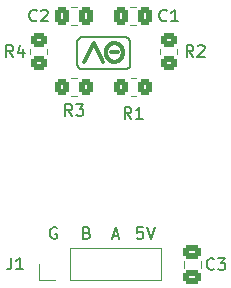
<source format=gbr>
%TF.GenerationSoftware,KiCad,Pcbnew,9.0.6*%
%TF.CreationDate,2025-11-27T01:35:14-08:00*%
%TF.ProjectId,encoder-board,656e636f-6465-4722-9d62-6f6172642e6b,rev?*%
%TF.SameCoordinates,Original*%
%TF.FileFunction,Legend,Top*%
%TF.FilePolarity,Positive*%
%FSLAX46Y46*%
G04 Gerber Fmt 4.6, Leading zero omitted, Abs format (unit mm)*
G04 Created by KiCad (PCBNEW 9.0.6) date 2025-11-27 01:35:14*
%MOMM*%
%LPD*%
G01*
G04 APERTURE LIST*
G04 Aperture macros list*
%AMRoundRect*
0 Rectangle with rounded corners*
0 $1 Rounding radius*
0 $2 $3 $4 $5 $6 $7 $8 $9 X,Y pos of 4 corners*
0 Add a 4 corners polygon primitive as box body*
4,1,4,$2,$3,$4,$5,$6,$7,$8,$9,$2,$3,0*
0 Add four circle primitives for the rounded corners*
1,1,$1+$1,$2,$3*
1,1,$1+$1,$4,$5*
1,1,$1+$1,$6,$7*
1,1,$1+$1,$8,$9*
0 Add four rect primitives between the rounded corners*
20,1,$1+$1,$2,$3,$4,$5,0*
20,1,$1+$1,$4,$5,$6,$7,0*
20,1,$1+$1,$6,$7,$8,$9,0*
20,1,$1+$1,$8,$9,$2,$3,0*%
G04 Aperture macros list end*
%ADD10C,0.200000*%
%ADD11C,0.365124*%
%ADD12C,0.150000*%
%ADD13C,0.120000*%
%ADD14RoundRect,0.250000X0.350000X0.450000X-0.350000X0.450000X-0.350000X-0.450000X0.350000X-0.450000X0*%
%ADD15RoundRect,0.250000X0.450000X-0.350000X0.450000X0.350000X-0.450000X0.350000X-0.450000X-0.350000X0*%
%ADD16RoundRect,0.250000X0.337500X0.475000X-0.337500X0.475000X-0.337500X-0.475000X0.337500X-0.475000X0*%
%ADD17R,1.700000X1.700000*%
%ADD18C,1.700000*%
%ADD19RoundRect,0.250000X-0.350000X-0.450000X0.350000X-0.450000X0.350000X0.450000X-0.350000X0.450000X0*%
%ADD20RoundRect,0.250000X-0.337500X-0.475000X0.337500X-0.475000X0.337500X0.475000X-0.337500X0.475000X0*%
%ADD21RoundRect,0.250000X-0.475000X0.337500X-0.475000X-0.337500X0.475000X-0.337500X0.475000X0.337500X0*%
G04 APERTURE END LIST*
D10*
X114250000Y-106500000D02*
X110750000Y-106500000D01*
D11*
X111654191Y-104288074D02*
X112447941Y-105875574D01*
D10*
X114750000Y-104250000D02*
X114750000Y-106000000D01*
D11*
X113437408Y-104288999D02*
X113473867Y-104291756D01*
X113509773Y-104296315D01*
X113545083Y-104302647D01*
X113579754Y-104310723D01*
X113613742Y-104320514D01*
X113647003Y-104331991D01*
X113679493Y-104345125D01*
X113711170Y-104359886D01*
X113741990Y-104376247D01*
X113771908Y-104394177D01*
X113800881Y-104413648D01*
X113828867Y-104434630D01*
X113855820Y-104457095D01*
X113881698Y-104481013D01*
X113906456Y-104506355D01*
X113930052Y-104533093D01*
X113952442Y-104561197D01*
X113973582Y-104590638D01*
X113993428Y-104621387D01*
X114011937Y-104653415D01*
X114029065Y-104686693D01*
X114044769Y-104721192D01*
X114059005Y-104756882D01*
X114071730Y-104793736D01*
X114082899Y-104831723D01*
X114092470Y-104870814D01*
X114100398Y-104910982D01*
X114106640Y-104952195D01*
X114111153Y-104994426D01*
X114113893Y-105037645D01*
X114114816Y-105081824D01*
X114113893Y-105126002D01*
X114111153Y-105169222D01*
X114106640Y-105211453D01*
X114100398Y-105252666D01*
X114092470Y-105292833D01*
X114082899Y-105331925D01*
X114071730Y-105369912D01*
X114059005Y-105406765D01*
X114044769Y-105442456D01*
X114029065Y-105476955D01*
X114011937Y-105510233D01*
X113993428Y-105542261D01*
X113973582Y-105573010D01*
X113952442Y-105602451D01*
X113930052Y-105630555D01*
X113906456Y-105657293D01*
X113881698Y-105682635D01*
X113855820Y-105706553D01*
X113828867Y-105729018D01*
X113800881Y-105750000D01*
X113771908Y-105769471D01*
X113741990Y-105787401D01*
X113711170Y-105803761D01*
X113679493Y-105818523D01*
X113647003Y-105831657D01*
X113613742Y-105843134D01*
X113579754Y-105852925D01*
X113545083Y-105861001D01*
X113509773Y-105867333D01*
X113473867Y-105871892D01*
X113437408Y-105874648D01*
X113400441Y-105875574D01*
X113363474Y-105874648D01*
X113327015Y-105871892D01*
X113291109Y-105867333D01*
X113255798Y-105861001D01*
X113221128Y-105852925D01*
X113187140Y-105843134D01*
X113153879Y-105831657D01*
X113121388Y-105818523D01*
X113089711Y-105803761D01*
X113058892Y-105787401D01*
X113028974Y-105769471D01*
X113000000Y-105750000D01*
X112972015Y-105729018D01*
X112945062Y-105706553D01*
X112919184Y-105682635D01*
X112894425Y-105657293D01*
X112870829Y-105630555D01*
X112848440Y-105602451D01*
X112827300Y-105573010D01*
X112807454Y-105542261D01*
X112788945Y-105510233D01*
X112771816Y-105476955D01*
X112756112Y-105442456D01*
X112741876Y-105406765D01*
X112729152Y-105369912D01*
X112717982Y-105331925D01*
X112708412Y-105292833D01*
X112700483Y-105252666D01*
X112694241Y-105211453D01*
X112689728Y-105169222D01*
X112686989Y-105126002D01*
X112686066Y-105081824D01*
X112686989Y-105037645D01*
X112689728Y-104994426D01*
X112694241Y-104952195D01*
X112700483Y-104910982D01*
X112708412Y-104870814D01*
X112717982Y-104831723D01*
X112729152Y-104793736D01*
X112741876Y-104756882D01*
X112756112Y-104721192D01*
X112771816Y-104686693D01*
X112788945Y-104653415D01*
X112807454Y-104621387D01*
X112827300Y-104590638D01*
X112848440Y-104561197D01*
X112870829Y-104533093D01*
X112894425Y-104506355D01*
X112919184Y-104481013D01*
X112945062Y-104457095D01*
X112972015Y-104434630D01*
X113000000Y-104413648D01*
X113028974Y-104394177D01*
X113058892Y-104376247D01*
X113089711Y-104359886D01*
X113121388Y-104345125D01*
X113153879Y-104331991D01*
X113187140Y-104320514D01*
X113221128Y-104310723D01*
X113255798Y-104302647D01*
X113291109Y-104296315D01*
X113327015Y-104291756D01*
X113363474Y-104288999D01*
X113400441Y-104288074D01*
X113437408Y-104288999D01*
D10*
X110750000Y-106500000D02*
X110746137Y-106499990D01*
X110742294Y-106499960D01*
X110738471Y-106499910D01*
X110734667Y-106499841D01*
X110730883Y-106499752D01*
X110727119Y-106499644D01*
X110723374Y-106499516D01*
X110719649Y-106499369D01*
X110715942Y-106499202D01*
X110712255Y-106499017D01*
X110708587Y-106498812D01*
X110704938Y-106498589D01*
X110701308Y-106498347D01*
X110697696Y-106498086D01*
X110694103Y-106497806D01*
X110690529Y-106497508D01*
X110686972Y-106497191D01*
X110683435Y-106496856D01*
X110679915Y-106496503D01*
X110676414Y-106496131D01*
X110672931Y-106495742D01*
X110669466Y-106495334D01*
X110666018Y-106494908D01*
X110662589Y-106494465D01*
X110659176Y-106494003D01*
X110655782Y-106493524D01*
X110652405Y-106493027D01*
X110649046Y-106492513D01*
X110645703Y-106491981D01*
X110642378Y-106491431D01*
X110639070Y-106490864D01*
X110635779Y-106490280D01*
X110632504Y-106489679D01*
X110629248Y-106489060D01*
X110626007Y-106488424D01*
X110622784Y-106487772D01*
X110619575Y-106487102D01*
X110616385Y-106486415D01*
X110613210Y-106485712D01*
X110610053Y-106484991D01*
X110606909Y-106484254D01*
X110603784Y-106483501D01*
X110600673Y-106482730D01*
X110597581Y-106481943D01*
X110594501Y-106481139D01*
X110591440Y-106480319D01*
X110588392Y-106479483D01*
X110585362Y-106478630D01*
X110582345Y-106477760D01*
X110579346Y-106476875D01*
X110576360Y-106475973D01*
X110573392Y-106475056D01*
X110567498Y-106473171D01*
X110561665Y-106471223D01*
X110555891Y-106469210D01*
X110550176Y-106467133D01*
X110544519Y-106464993D01*
X110538919Y-106462790D01*
X110533377Y-106460523D01*
X110527891Y-106458194D01*
X110522461Y-106455802D01*
X110517087Y-106453347D01*
X110511768Y-106450830D01*
X110506502Y-106448251D01*
X110501291Y-106445609D01*
X110496133Y-106442905D01*
X110491028Y-106440139D01*
X110485976Y-106437311D01*
X110480975Y-106434421D01*
X110476026Y-106431469D01*
X110471129Y-106428455D01*
X110466282Y-106425378D01*
X110461485Y-106422239D01*
X110456739Y-106419038D01*
X110452042Y-106415775D01*
X110447395Y-106412449D01*
X110442797Y-106409060D01*
X110438247Y-106405608D01*
X110433747Y-106402093D01*
X110429294Y-106398516D01*
X110424890Y-106394874D01*
X110420534Y-106391169D01*
X110416226Y-106387401D01*
X110411965Y-106383568D01*
X110407751Y-106379671D01*
X110403585Y-106375709D01*
X110399466Y-106371683D01*
X110395395Y-106367591D01*
X110391370Y-106363434D01*
X110387393Y-106359211D01*
X110383463Y-106354923D01*
X110379579Y-106350568D01*
X110375743Y-106346147D01*
X110371955Y-106341658D01*
X110368214Y-106337103D01*
X110364520Y-106332480D01*
X110360874Y-106327789D01*
X110357275Y-106323031D01*
X110353725Y-106318204D01*
X110350223Y-106313308D01*
X110346769Y-106308344D01*
X110343364Y-106303311D01*
X110340008Y-106298208D01*
X110336701Y-106293036D01*
X110333444Y-106287795D01*
X110330237Y-106282483D01*
X110327081Y-106277102D01*
X110323976Y-106271650D01*
X110320922Y-106266129D01*
X110317919Y-106260537D01*
X110314970Y-106254875D01*
X110312073Y-106249144D01*
X110309230Y-106243343D01*
X110306441Y-106237472D01*
X110303706Y-106231531D01*
X110301027Y-106225522D01*
X110298405Y-106219445D01*
X110295839Y-106213299D01*
X110293331Y-106207086D01*
X110290881Y-106200807D01*
X110288490Y-106194462D01*
X110286160Y-106188053D01*
X110283890Y-106181581D01*
X110281683Y-106175047D01*
X110279539Y-106168452D01*
X110277458Y-106161800D01*
X110275442Y-106155091D01*
X110273493Y-106148329D01*
X110271610Y-106141516D01*
X110269796Y-106134655D01*
X110268052Y-106127750D01*
X110266378Y-106120805D01*
X110264776Y-106113825D01*
X110263247Y-106106816D01*
X110261794Y-106099783D01*
X110260416Y-106092734D01*
X110259116Y-106085677D01*
X110257895Y-106078622D01*
X110256756Y-106071580D01*
X110255698Y-106064565D01*
X110254725Y-106057593D01*
X110253837Y-106050684D01*
X110253037Y-106043861D01*
X110252327Y-106037155D01*
X110251708Y-106030603D01*
X110251182Y-106024256D01*
X110250752Y-106018183D01*
X110250418Y-106012484D01*
X110250183Y-106007319D01*
X110250046Y-106002981D01*
X110250000Y-106000000D01*
X110250000Y-106000000D02*
X110250000Y-104250000D01*
D11*
X110860441Y-105875574D02*
X111654191Y-104288074D01*
D10*
X114750000Y-106000000D02*
X114749990Y-106003863D01*
X114749960Y-106007706D01*
X114749910Y-106011529D01*
X114749841Y-106015333D01*
X114749752Y-106019117D01*
X114749644Y-106022881D01*
X114749516Y-106026626D01*
X114749369Y-106030351D01*
X114749202Y-106034058D01*
X114749017Y-106037745D01*
X114748812Y-106041413D01*
X114748589Y-106045062D01*
X114748347Y-106048692D01*
X114748086Y-106052304D01*
X114747806Y-106055897D01*
X114747508Y-106059471D01*
X114747191Y-106063028D01*
X114746856Y-106066565D01*
X114746503Y-106070085D01*
X114746131Y-106073586D01*
X114745742Y-106077069D01*
X114745334Y-106080534D01*
X114744908Y-106083982D01*
X114744465Y-106087411D01*
X114744003Y-106090824D01*
X114743524Y-106094218D01*
X114743027Y-106097595D01*
X114742513Y-106100954D01*
X114741981Y-106104297D01*
X114741431Y-106107622D01*
X114740864Y-106110930D01*
X114740280Y-106114221D01*
X114739679Y-106117496D01*
X114739060Y-106120752D01*
X114738424Y-106123993D01*
X114737772Y-106127216D01*
X114737102Y-106130425D01*
X114736415Y-106133615D01*
X114735712Y-106136790D01*
X114734991Y-106139947D01*
X114734254Y-106143091D01*
X114733501Y-106146216D01*
X114732730Y-106149327D01*
X114731943Y-106152419D01*
X114731139Y-106155499D01*
X114730319Y-106158560D01*
X114729483Y-106161608D01*
X114728630Y-106164638D01*
X114727760Y-106167655D01*
X114726875Y-106170654D01*
X114725973Y-106173640D01*
X114725056Y-106176608D01*
X114723171Y-106182502D01*
X114721223Y-106188335D01*
X114719210Y-106194109D01*
X114717133Y-106199824D01*
X114714993Y-106205481D01*
X114712790Y-106211081D01*
X114710523Y-106216623D01*
X114708194Y-106222109D01*
X114705802Y-106227539D01*
X114703347Y-106232913D01*
X114700830Y-106238232D01*
X114698251Y-106243498D01*
X114695609Y-106248709D01*
X114692905Y-106253867D01*
X114690139Y-106258972D01*
X114687311Y-106264024D01*
X114684421Y-106269025D01*
X114681469Y-106273974D01*
X114678455Y-106278871D01*
X114675378Y-106283718D01*
X114672239Y-106288515D01*
X114669038Y-106293261D01*
X114665775Y-106297958D01*
X114662449Y-106302605D01*
X114659060Y-106307203D01*
X114655608Y-106311753D01*
X114652093Y-106316253D01*
X114648516Y-106320706D01*
X114644874Y-106325110D01*
X114641169Y-106329466D01*
X114637401Y-106333774D01*
X114633568Y-106338035D01*
X114629671Y-106342249D01*
X114625709Y-106346415D01*
X114621683Y-106350534D01*
X114617591Y-106354605D01*
X114613434Y-106358630D01*
X114609211Y-106362607D01*
X114604923Y-106366537D01*
X114600568Y-106370421D01*
X114596147Y-106374257D01*
X114591658Y-106378045D01*
X114587103Y-106381786D01*
X114582480Y-106385480D01*
X114577789Y-106389126D01*
X114573031Y-106392725D01*
X114568204Y-106396275D01*
X114563308Y-106399777D01*
X114558344Y-106403231D01*
X114553311Y-106406636D01*
X114548208Y-106409992D01*
X114543036Y-106413299D01*
X114537795Y-106416556D01*
X114532483Y-106419763D01*
X114527102Y-106422919D01*
X114521650Y-106426024D01*
X114516129Y-106429078D01*
X114510537Y-106432081D01*
X114504875Y-106435030D01*
X114499144Y-106437927D01*
X114493343Y-106440770D01*
X114487472Y-106443559D01*
X114481531Y-106446294D01*
X114475522Y-106448973D01*
X114469445Y-106451595D01*
X114463299Y-106454161D01*
X114457086Y-106456669D01*
X114450807Y-106459119D01*
X114444462Y-106461510D01*
X114438053Y-106463840D01*
X114431581Y-106466110D01*
X114425047Y-106468317D01*
X114418452Y-106470461D01*
X114411800Y-106472542D01*
X114405091Y-106474558D01*
X114398329Y-106476507D01*
X114391516Y-106478390D01*
X114384655Y-106480204D01*
X114377750Y-106481948D01*
X114370805Y-106483622D01*
X114363825Y-106485224D01*
X114356816Y-106486753D01*
X114349783Y-106488206D01*
X114342734Y-106489584D01*
X114335677Y-106490884D01*
X114328622Y-106492105D01*
X114321580Y-106493244D01*
X114314565Y-106494302D01*
X114307593Y-106495275D01*
X114300684Y-106496163D01*
X114293861Y-106496963D01*
X114287155Y-106497673D01*
X114280603Y-106498292D01*
X114274256Y-106498818D01*
X114268183Y-106499248D01*
X114262484Y-106499582D01*
X114257319Y-106499817D01*
X114252981Y-106499954D01*
X114250000Y-106500000D01*
X114250000Y-103750000D02*
X114253863Y-103750010D01*
X114257706Y-103750040D01*
X114261529Y-103750090D01*
X114265333Y-103750159D01*
X114269117Y-103750248D01*
X114272881Y-103750356D01*
X114276626Y-103750484D01*
X114280351Y-103750631D01*
X114284058Y-103750798D01*
X114287745Y-103750983D01*
X114291413Y-103751188D01*
X114295062Y-103751411D01*
X114298692Y-103751653D01*
X114302304Y-103751914D01*
X114305897Y-103752194D01*
X114309471Y-103752492D01*
X114313028Y-103752809D01*
X114316565Y-103753144D01*
X114320085Y-103753497D01*
X114323586Y-103753869D01*
X114327069Y-103754258D01*
X114330534Y-103754666D01*
X114333982Y-103755092D01*
X114337411Y-103755535D01*
X114340824Y-103755997D01*
X114344218Y-103756476D01*
X114347595Y-103756973D01*
X114350954Y-103757487D01*
X114354297Y-103758019D01*
X114357622Y-103758569D01*
X114360930Y-103759136D01*
X114364221Y-103759720D01*
X114367496Y-103760321D01*
X114370752Y-103760940D01*
X114373993Y-103761576D01*
X114377216Y-103762228D01*
X114380425Y-103762898D01*
X114383615Y-103763585D01*
X114386790Y-103764288D01*
X114389947Y-103765009D01*
X114393091Y-103765746D01*
X114396216Y-103766499D01*
X114399327Y-103767270D01*
X114402419Y-103768057D01*
X114405499Y-103768861D01*
X114408560Y-103769681D01*
X114411608Y-103770517D01*
X114414638Y-103771370D01*
X114417655Y-103772240D01*
X114420654Y-103773125D01*
X114423640Y-103774027D01*
X114426608Y-103774944D01*
X114432502Y-103776829D01*
X114438335Y-103778777D01*
X114444109Y-103780790D01*
X114449824Y-103782867D01*
X114455481Y-103785007D01*
X114461081Y-103787210D01*
X114466623Y-103789477D01*
X114472109Y-103791806D01*
X114477539Y-103794198D01*
X114482913Y-103796653D01*
X114488232Y-103799170D01*
X114493498Y-103801749D01*
X114498709Y-103804391D01*
X114503867Y-103807095D01*
X114508972Y-103809861D01*
X114514024Y-103812689D01*
X114519025Y-103815579D01*
X114523974Y-103818531D01*
X114528871Y-103821545D01*
X114533718Y-103824622D01*
X114538515Y-103827761D01*
X114543261Y-103830962D01*
X114547958Y-103834225D01*
X114552605Y-103837551D01*
X114557203Y-103840940D01*
X114561753Y-103844392D01*
X114566253Y-103847907D01*
X114570706Y-103851484D01*
X114575110Y-103855126D01*
X114579466Y-103858831D01*
X114583774Y-103862599D01*
X114588035Y-103866432D01*
X114592249Y-103870329D01*
X114596415Y-103874291D01*
X114600534Y-103878317D01*
X114604605Y-103882409D01*
X114608630Y-103886566D01*
X114612607Y-103890789D01*
X114616537Y-103895077D01*
X114620421Y-103899432D01*
X114624257Y-103903853D01*
X114628045Y-103908342D01*
X114631786Y-103912897D01*
X114635480Y-103917520D01*
X114639126Y-103922211D01*
X114642725Y-103926969D01*
X114646275Y-103931796D01*
X114649777Y-103936692D01*
X114653231Y-103941656D01*
X114656636Y-103946689D01*
X114659992Y-103951792D01*
X114663299Y-103956964D01*
X114666556Y-103962205D01*
X114669763Y-103967517D01*
X114672919Y-103972898D01*
X114676024Y-103978350D01*
X114679078Y-103983871D01*
X114682081Y-103989463D01*
X114685030Y-103995125D01*
X114687927Y-104000856D01*
X114690770Y-104006657D01*
X114693559Y-104012528D01*
X114696294Y-104018469D01*
X114698973Y-104024478D01*
X114701595Y-104030555D01*
X114704161Y-104036701D01*
X114706669Y-104042914D01*
X114709119Y-104049193D01*
X114711510Y-104055538D01*
X114713840Y-104061947D01*
X114716110Y-104068419D01*
X114718317Y-104074953D01*
X114720461Y-104081548D01*
X114722542Y-104088200D01*
X114724558Y-104094909D01*
X114726507Y-104101671D01*
X114728390Y-104108484D01*
X114730204Y-104115345D01*
X114731948Y-104122250D01*
X114733622Y-104129195D01*
X114735224Y-104136175D01*
X114736753Y-104143184D01*
X114738206Y-104150217D01*
X114739584Y-104157266D01*
X114740884Y-104164323D01*
X114742105Y-104171378D01*
X114743244Y-104178420D01*
X114744302Y-104185435D01*
X114745275Y-104192407D01*
X114746163Y-104199316D01*
X114746963Y-104206139D01*
X114747673Y-104212845D01*
X114748292Y-104219397D01*
X114748818Y-104225744D01*
X114749248Y-104231817D01*
X114749582Y-104237516D01*
X114749817Y-104242681D01*
X114749954Y-104247019D01*
X114750000Y-104250000D01*
D11*
X113082941Y-105081824D02*
X113717941Y-105081824D01*
D10*
X110750000Y-103750000D02*
X114250000Y-103750000D01*
X110250000Y-104250000D02*
X110250010Y-104246137D01*
X110250040Y-104242294D01*
X110250090Y-104238471D01*
X110250159Y-104234667D01*
X110250248Y-104230883D01*
X110250356Y-104227119D01*
X110250484Y-104223374D01*
X110250631Y-104219649D01*
X110250798Y-104215942D01*
X110250983Y-104212255D01*
X110251188Y-104208587D01*
X110251411Y-104204938D01*
X110251653Y-104201308D01*
X110251914Y-104197696D01*
X110252194Y-104194103D01*
X110252492Y-104190529D01*
X110252809Y-104186972D01*
X110253144Y-104183435D01*
X110253497Y-104179915D01*
X110253869Y-104176414D01*
X110254258Y-104172931D01*
X110254666Y-104169466D01*
X110255092Y-104166018D01*
X110255535Y-104162589D01*
X110255997Y-104159176D01*
X110256476Y-104155782D01*
X110256973Y-104152405D01*
X110257487Y-104149046D01*
X110258019Y-104145703D01*
X110258569Y-104142378D01*
X110259136Y-104139070D01*
X110259720Y-104135779D01*
X110260321Y-104132504D01*
X110260940Y-104129248D01*
X110261576Y-104126007D01*
X110262228Y-104122784D01*
X110262898Y-104119575D01*
X110263585Y-104116385D01*
X110264288Y-104113210D01*
X110265009Y-104110053D01*
X110265746Y-104106909D01*
X110266499Y-104103784D01*
X110267270Y-104100673D01*
X110268057Y-104097581D01*
X110268861Y-104094501D01*
X110269681Y-104091440D01*
X110270517Y-104088392D01*
X110271370Y-104085362D01*
X110272240Y-104082345D01*
X110273125Y-104079346D01*
X110274027Y-104076360D01*
X110274944Y-104073392D01*
X110276829Y-104067498D01*
X110278777Y-104061665D01*
X110280790Y-104055891D01*
X110282867Y-104050176D01*
X110285007Y-104044519D01*
X110287210Y-104038919D01*
X110289477Y-104033377D01*
X110291806Y-104027891D01*
X110294198Y-104022461D01*
X110296653Y-104017087D01*
X110299170Y-104011768D01*
X110301749Y-104006502D01*
X110304391Y-104001291D01*
X110307095Y-103996133D01*
X110309861Y-103991028D01*
X110312689Y-103985976D01*
X110315579Y-103980975D01*
X110318531Y-103976026D01*
X110321545Y-103971129D01*
X110324622Y-103966282D01*
X110327761Y-103961485D01*
X110330962Y-103956739D01*
X110334225Y-103952042D01*
X110337551Y-103947395D01*
X110340940Y-103942797D01*
X110344392Y-103938247D01*
X110347907Y-103933747D01*
X110351484Y-103929294D01*
X110355126Y-103924890D01*
X110358831Y-103920534D01*
X110362599Y-103916226D01*
X110366432Y-103911965D01*
X110370329Y-103907751D01*
X110374291Y-103903585D01*
X110378317Y-103899466D01*
X110382409Y-103895395D01*
X110386566Y-103891370D01*
X110390789Y-103887393D01*
X110395077Y-103883463D01*
X110399432Y-103879579D01*
X110403853Y-103875743D01*
X110408342Y-103871955D01*
X110412897Y-103868214D01*
X110417520Y-103864520D01*
X110422211Y-103860874D01*
X110426969Y-103857275D01*
X110431796Y-103853725D01*
X110436692Y-103850223D01*
X110441656Y-103846769D01*
X110446689Y-103843364D01*
X110451792Y-103840008D01*
X110456964Y-103836701D01*
X110462205Y-103833444D01*
X110467517Y-103830237D01*
X110472898Y-103827081D01*
X110478350Y-103823976D01*
X110483871Y-103820922D01*
X110489463Y-103817919D01*
X110495125Y-103814970D01*
X110500856Y-103812073D01*
X110506657Y-103809230D01*
X110512528Y-103806441D01*
X110518469Y-103803706D01*
X110524478Y-103801027D01*
X110530555Y-103798405D01*
X110536701Y-103795839D01*
X110542914Y-103793331D01*
X110549193Y-103790881D01*
X110555538Y-103788490D01*
X110561947Y-103786160D01*
X110568419Y-103783890D01*
X110574953Y-103781683D01*
X110581548Y-103779539D01*
X110588200Y-103777458D01*
X110594909Y-103775442D01*
X110601671Y-103773493D01*
X110608484Y-103771610D01*
X110615345Y-103769796D01*
X110622250Y-103768052D01*
X110629195Y-103766378D01*
X110636175Y-103764776D01*
X110643184Y-103763247D01*
X110650217Y-103761794D01*
X110657266Y-103760416D01*
X110664323Y-103759116D01*
X110671378Y-103757895D01*
X110678420Y-103756756D01*
X110685435Y-103755698D01*
X110692407Y-103754725D01*
X110699316Y-103753837D01*
X110706139Y-103753037D01*
X110712845Y-103752327D01*
X110719397Y-103751708D01*
X110725744Y-103751182D01*
X110731817Y-103750752D01*
X110737516Y-103750418D01*
X110742681Y-103750183D01*
X110747019Y-103750046D01*
X110750000Y-103750000D01*
D12*
X111071428Y-120346009D02*
X111214285Y-120393628D01*
X111214285Y-120393628D02*
X111261904Y-120441247D01*
X111261904Y-120441247D02*
X111309523Y-120536485D01*
X111309523Y-120536485D02*
X111309523Y-120679342D01*
X111309523Y-120679342D02*
X111261904Y-120774580D01*
X111261904Y-120774580D02*
X111214285Y-120822200D01*
X111214285Y-120822200D02*
X111119047Y-120869819D01*
X111119047Y-120869819D02*
X110738095Y-120869819D01*
X110738095Y-120869819D02*
X110738095Y-119869819D01*
X110738095Y-119869819D02*
X111071428Y-119869819D01*
X111071428Y-119869819D02*
X111166666Y-119917438D01*
X111166666Y-119917438D02*
X111214285Y-119965057D01*
X111214285Y-119965057D02*
X111261904Y-120060295D01*
X111261904Y-120060295D02*
X111261904Y-120155533D01*
X111261904Y-120155533D02*
X111214285Y-120250771D01*
X111214285Y-120250771D02*
X111166666Y-120298390D01*
X111166666Y-120298390D02*
X111071428Y-120346009D01*
X111071428Y-120346009D02*
X110738095Y-120346009D01*
X115809523Y-119869819D02*
X115333333Y-119869819D01*
X115333333Y-119869819D02*
X115285714Y-120346009D01*
X115285714Y-120346009D02*
X115333333Y-120298390D01*
X115333333Y-120298390D02*
X115428571Y-120250771D01*
X115428571Y-120250771D02*
X115666666Y-120250771D01*
X115666666Y-120250771D02*
X115761904Y-120298390D01*
X115761904Y-120298390D02*
X115809523Y-120346009D01*
X115809523Y-120346009D02*
X115857142Y-120441247D01*
X115857142Y-120441247D02*
X115857142Y-120679342D01*
X115857142Y-120679342D02*
X115809523Y-120774580D01*
X115809523Y-120774580D02*
X115761904Y-120822200D01*
X115761904Y-120822200D02*
X115666666Y-120869819D01*
X115666666Y-120869819D02*
X115428571Y-120869819D01*
X115428571Y-120869819D02*
X115333333Y-120822200D01*
X115333333Y-120822200D02*
X115285714Y-120774580D01*
X116142857Y-119869819D02*
X116476190Y-120869819D01*
X116476190Y-120869819D02*
X116809523Y-119869819D01*
X108511904Y-119917438D02*
X108416666Y-119869819D01*
X108416666Y-119869819D02*
X108273809Y-119869819D01*
X108273809Y-119869819D02*
X108130952Y-119917438D01*
X108130952Y-119917438D02*
X108035714Y-120012676D01*
X108035714Y-120012676D02*
X107988095Y-120107914D01*
X107988095Y-120107914D02*
X107940476Y-120298390D01*
X107940476Y-120298390D02*
X107940476Y-120441247D01*
X107940476Y-120441247D02*
X107988095Y-120631723D01*
X107988095Y-120631723D02*
X108035714Y-120726961D01*
X108035714Y-120726961D02*
X108130952Y-120822200D01*
X108130952Y-120822200D02*
X108273809Y-120869819D01*
X108273809Y-120869819D02*
X108369047Y-120869819D01*
X108369047Y-120869819D02*
X108511904Y-120822200D01*
X108511904Y-120822200D02*
X108559523Y-120774580D01*
X108559523Y-120774580D02*
X108559523Y-120441247D01*
X108559523Y-120441247D02*
X108369047Y-120441247D01*
X113261905Y-120584104D02*
X113738095Y-120584104D01*
X113166667Y-120869819D02*
X113500000Y-119869819D01*
X113500000Y-119869819D02*
X113833333Y-120869819D01*
X109833333Y-110454819D02*
X109500000Y-109978628D01*
X109261905Y-110454819D02*
X109261905Y-109454819D01*
X109261905Y-109454819D02*
X109642857Y-109454819D01*
X109642857Y-109454819D02*
X109738095Y-109502438D01*
X109738095Y-109502438D02*
X109785714Y-109550057D01*
X109785714Y-109550057D02*
X109833333Y-109645295D01*
X109833333Y-109645295D02*
X109833333Y-109788152D01*
X109833333Y-109788152D02*
X109785714Y-109883390D01*
X109785714Y-109883390D02*
X109738095Y-109931009D01*
X109738095Y-109931009D02*
X109642857Y-109978628D01*
X109642857Y-109978628D02*
X109261905Y-109978628D01*
X110166667Y-109454819D02*
X110785714Y-109454819D01*
X110785714Y-109454819D02*
X110452381Y-109835771D01*
X110452381Y-109835771D02*
X110595238Y-109835771D01*
X110595238Y-109835771D02*
X110690476Y-109883390D01*
X110690476Y-109883390D02*
X110738095Y-109931009D01*
X110738095Y-109931009D02*
X110785714Y-110026247D01*
X110785714Y-110026247D02*
X110785714Y-110264342D01*
X110785714Y-110264342D02*
X110738095Y-110359580D01*
X110738095Y-110359580D02*
X110690476Y-110407200D01*
X110690476Y-110407200D02*
X110595238Y-110454819D01*
X110595238Y-110454819D02*
X110309524Y-110454819D01*
X110309524Y-110454819D02*
X110214286Y-110407200D01*
X110214286Y-110407200D02*
X110166667Y-110359580D01*
X120083333Y-105454819D02*
X119750000Y-104978628D01*
X119511905Y-105454819D02*
X119511905Y-104454819D01*
X119511905Y-104454819D02*
X119892857Y-104454819D01*
X119892857Y-104454819D02*
X119988095Y-104502438D01*
X119988095Y-104502438D02*
X120035714Y-104550057D01*
X120035714Y-104550057D02*
X120083333Y-104645295D01*
X120083333Y-104645295D02*
X120083333Y-104788152D01*
X120083333Y-104788152D02*
X120035714Y-104883390D01*
X120035714Y-104883390D02*
X119988095Y-104931009D01*
X119988095Y-104931009D02*
X119892857Y-104978628D01*
X119892857Y-104978628D02*
X119511905Y-104978628D01*
X120464286Y-104550057D02*
X120511905Y-104502438D01*
X120511905Y-104502438D02*
X120607143Y-104454819D01*
X120607143Y-104454819D02*
X120845238Y-104454819D01*
X120845238Y-104454819D02*
X120940476Y-104502438D01*
X120940476Y-104502438D02*
X120988095Y-104550057D01*
X120988095Y-104550057D02*
X121035714Y-104645295D01*
X121035714Y-104645295D02*
X121035714Y-104740533D01*
X121035714Y-104740533D02*
X120988095Y-104883390D01*
X120988095Y-104883390D02*
X120416667Y-105454819D01*
X120416667Y-105454819D02*
X121035714Y-105454819D01*
X106833333Y-102359580D02*
X106785714Y-102407200D01*
X106785714Y-102407200D02*
X106642857Y-102454819D01*
X106642857Y-102454819D02*
X106547619Y-102454819D01*
X106547619Y-102454819D02*
X106404762Y-102407200D01*
X106404762Y-102407200D02*
X106309524Y-102311961D01*
X106309524Y-102311961D02*
X106261905Y-102216723D01*
X106261905Y-102216723D02*
X106214286Y-102026247D01*
X106214286Y-102026247D02*
X106214286Y-101883390D01*
X106214286Y-101883390D02*
X106261905Y-101692914D01*
X106261905Y-101692914D02*
X106309524Y-101597676D01*
X106309524Y-101597676D02*
X106404762Y-101502438D01*
X106404762Y-101502438D02*
X106547619Y-101454819D01*
X106547619Y-101454819D02*
X106642857Y-101454819D01*
X106642857Y-101454819D02*
X106785714Y-101502438D01*
X106785714Y-101502438D02*
X106833333Y-101550057D01*
X107214286Y-101550057D02*
X107261905Y-101502438D01*
X107261905Y-101502438D02*
X107357143Y-101454819D01*
X107357143Y-101454819D02*
X107595238Y-101454819D01*
X107595238Y-101454819D02*
X107690476Y-101502438D01*
X107690476Y-101502438D02*
X107738095Y-101550057D01*
X107738095Y-101550057D02*
X107785714Y-101645295D01*
X107785714Y-101645295D02*
X107785714Y-101740533D01*
X107785714Y-101740533D02*
X107738095Y-101883390D01*
X107738095Y-101883390D02*
X107166667Y-102454819D01*
X107166667Y-102454819D02*
X107785714Y-102454819D01*
X104666666Y-122454819D02*
X104666666Y-123169104D01*
X104666666Y-123169104D02*
X104619047Y-123311961D01*
X104619047Y-123311961D02*
X104523809Y-123407200D01*
X104523809Y-123407200D02*
X104380952Y-123454819D01*
X104380952Y-123454819D02*
X104285714Y-123454819D01*
X105666666Y-123454819D02*
X105095238Y-123454819D01*
X105380952Y-123454819D02*
X105380952Y-122454819D01*
X105380952Y-122454819D02*
X105285714Y-122597676D01*
X105285714Y-122597676D02*
X105190476Y-122692914D01*
X105190476Y-122692914D02*
X105095238Y-122740533D01*
X104833333Y-105454819D02*
X104500000Y-104978628D01*
X104261905Y-105454819D02*
X104261905Y-104454819D01*
X104261905Y-104454819D02*
X104642857Y-104454819D01*
X104642857Y-104454819D02*
X104738095Y-104502438D01*
X104738095Y-104502438D02*
X104785714Y-104550057D01*
X104785714Y-104550057D02*
X104833333Y-104645295D01*
X104833333Y-104645295D02*
X104833333Y-104788152D01*
X104833333Y-104788152D02*
X104785714Y-104883390D01*
X104785714Y-104883390D02*
X104738095Y-104931009D01*
X104738095Y-104931009D02*
X104642857Y-104978628D01*
X104642857Y-104978628D02*
X104261905Y-104978628D01*
X105690476Y-104788152D02*
X105690476Y-105454819D01*
X105452381Y-104407200D02*
X105214286Y-105121485D01*
X105214286Y-105121485D02*
X105833333Y-105121485D01*
X114833333Y-110704819D02*
X114500000Y-110228628D01*
X114261905Y-110704819D02*
X114261905Y-109704819D01*
X114261905Y-109704819D02*
X114642857Y-109704819D01*
X114642857Y-109704819D02*
X114738095Y-109752438D01*
X114738095Y-109752438D02*
X114785714Y-109800057D01*
X114785714Y-109800057D02*
X114833333Y-109895295D01*
X114833333Y-109895295D02*
X114833333Y-110038152D01*
X114833333Y-110038152D02*
X114785714Y-110133390D01*
X114785714Y-110133390D02*
X114738095Y-110181009D01*
X114738095Y-110181009D02*
X114642857Y-110228628D01*
X114642857Y-110228628D02*
X114261905Y-110228628D01*
X115785714Y-110704819D02*
X115214286Y-110704819D01*
X115500000Y-110704819D02*
X115500000Y-109704819D01*
X115500000Y-109704819D02*
X115404762Y-109847676D01*
X115404762Y-109847676D02*
X115309524Y-109942914D01*
X115309524Y-109942914D02*
X115214286Y-109990533D01*
X117833333Y-102359580D02*
X117785714Y-102407200D01*
X117785714Y-102407200D02*
X117642857Y-102454819D01*
X117642857Y-102454819D02*
X117547619Y-102454819D01*
X117547619Y-102454819D02*
X117404762Y-102407200D01*
X117404762Y-102407200D02*
X117309524Y-102311961D01*
X117309524Y-102311961D02*
X117261905Y-102216723D01*
X117261905Y-102216723D02*
X117214286Y-102026247D01*
X117214286Y-102026247D02*
X117214286Y-101883390D01*
X117214286Y-101883390D02*
X117261905Y-101692914D01*
X117261905Y-101692914D02*
X117309524Y-101597676D01*
X117309524Y-101597676D02*
X117404762Y-101502438D01*
X117404762Y-101502438D02*
X117547619Y-101454819D01*
X117547619Y-101454819D02*
X117642857Y-101454819D01*
X117642857Y-101454819D02*
X117785714Y-101502438D01*
X117785714Y-101502438D02*
X117833333Y-101550057D01*
X118785714Y-102454819D02*
X118214286Y-102454819D01*
X118500000Y-102454819D02*
X118500000Y-101454819D01*
X118500000Y-101454819D02*
X118404762Y-101597676D01*
X118404762Y-101597676D02*
X118309524Y-101692914D01*
X118309524Y-101692914D02*
X118214286Y-101740533D01*
X121833333Y-123397080D02*
X121785714Y-123444700D01*
X121785714Y-123444700D02*
X121642857Y-123492319D01*
X121642857Y-123492319D02*
X121547619Y-123492319D01*
X121547619Y-123492319D02*
X121404762Y-123444700D01*
X121404762Y-123444700D02*
X121309524Y-123349461D01*
X121309524Y-123349461D02*
X121261905Y-123254223D01*
X121261905Y-123254223D02*
X121214286Y-123063747D01*
X121214286Y-123063747D02*
X121214286Y-122920890D01*
X121214286Y-122920890D02*
X121261905Y-122730414D01*
X121261905Y-122730414D02*
X121309524Y-122635176D01*
X121309524Y-122635176D02*
X121404762Y-122539938D01*
X121404762Y-122539938D02*
X121547619Y-122492319D01*
X121547619Y-122492319D02*
X121642857Y-122492319D01*
X121642857Y-122492319D02*
X121785714Y-122539938D01*
X121785714Y-122539938D02*
X121833333Y-122587557D01*
X122166667Y-122492319D02*
X122785714Y-122492319D01*
X122785714Y-122492319D02*
X122452381Y-122873271D01*
X122452381Y-122873271D02*
X122595238Y-122873271D01*
X122595238Y-122873271D02*
X122690476Y-122920890D01*
X122690476Y-122920890D02*
X122738095Y-122968509D01*
X122738095Y-122968509D02*
X122785714Y-123063747D01*
X122785714Y-123063747D02*
X122785714Y-123301842D01*
X122785714Y-123301842D02*
X122738095Y-123397080D01*
X122738095Y-123397080D02*
X122690476Y-123444700D01*
X122690476Y-123444700D02*
X122595238Y-123492319D01*
X122595238Y-123492319D02*
X122309524Y-123492319D01*
X122309524Y-123492319D02*
X122214286Y-123444700D01*
X122214286Y-123444700D02*
X122166667Y-123397080D01*
D13*
%TO.C,R3*%
X110227064Y-107265000D02*
X109772936Y-107265000D01*
X110227064Y-108735000D02*
X109772936Y-108735000D01*
%TO.C,R2*%
X117265000Y-105227064D02*
X117265000Y-104772936D01*
X118735000Y-105227064D02*
X118735000Y-104772936D01*
%TO.C,C2*%
X110261252Y-101265000D02*
X109738748Y-101265000D01*
X110261252Y-102735000D02*
X109738748Y-102735000D01*
%TO.C,J1*%
X107000000Y-124380000D02*
X107000000Y-123000000D01*
X108380000Y-124380000D02*
X107000000Y-124380000D01*
X109650000Y-121620000D02*
X117380000Y-121620000D01*
X109650000Y-124380000D02*
X109650000Y-121620000D01*
X109650000Y-124380000D02*
X117380000Y-124380000D01*
X117380000Y-124380000D02*
X117380000Y-121620000D01*
%TO.C,R4*%
X106265000Y-105227064D02*
X106265000Y-104772936D01*
X107735000Y-105227064D02*
X107735000Y-104772936D01*
%TO.C,R1*%
X114772936Y-107265000D02*
X115227064Y-107265000D01*
X114772936Y-108735000D02*
X115227064Y-108735000D01*
%TO.C,C1*%
X114738748Y-101265000D02*
X115261252Y-101265000D01*
X114738748Y-102735000D02*
X115261252Y-102735000D01*
%TO.C,C3*%
X119265000Y-122776248D02*
X119265000Y-123298752D01*
X120735000Y-122776248D02*
X120735000Y-123298752D01*
%TD*%
%LPC*%
D14*
%TO.C,R3*%
X111000000Y-108000000D03*
X109000000Y-108000000D03*
%TD*%
D15*
%TO.C,R2*%
X118000000Y-106000000D03*
X118000000Y-104000000D03*
%TD*%
D16*
%TO.C,C2*%
X111037500Y-102000000D03*
X108962500Y-102000000D03*
%TD*%
D17*
%TO.C,J1*%
X108380000Y-123000000D03*
D18*
X110920000Y-123000000D03*
X113460000Y-123000000D03*
X116000000Y-123000000D03*
%TD*%
D15*
%TO.C,R4*%
X107000000Y-106000000D03*
X107000000Y-104000000D03*
%TD*%
D19*
%TO.C,R1*%
X114000000Y-108000000D03*
X116000000Y-108000000D03*
%TD*%
D20*
%TO.C,C1*%
X113962500Y-102000000D03*
X116037500Y-102000000D03*
%TD*%
D21*
%TO.C,C3*%
X120000000Y-122000000D03*
X120000000Y-124075000D03*
%TD*%
%LPD*%
M02*

</source>
